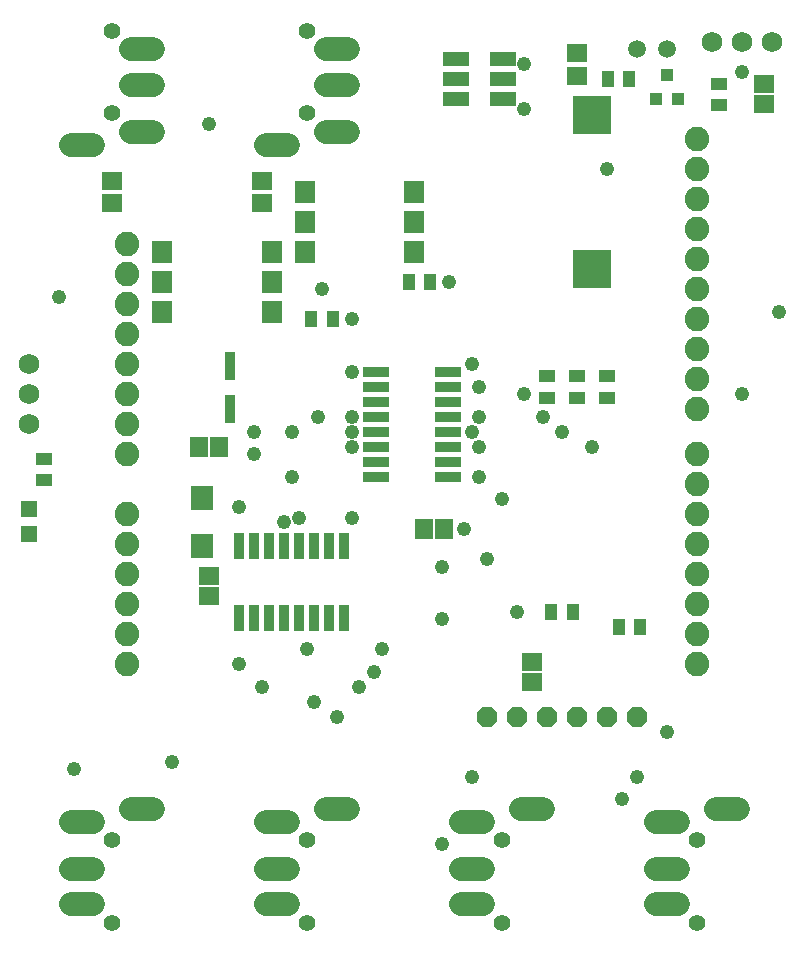
<source format=gts>
G75*
%MOIN*%
%OFA0B0*%
%FSLAX25Y25*%
%IPPOS*%
%LPD*%
%AMOC8*
5,1,8,0,0,1.08239X$1,22.5*
%
%ADD10R,0.05918X0.06706*%
%ADD11R,0.03359X0.09461*%
%ADD12R,0.06706X0.05918*%
%ADD13R,0.07493X0.07887*%
%ADD14C,0.05950*%
%ADD15R,0.08800X0.03400*%
%ADD16R,0.03400X0.08800*%
%ADD17C,0.08200*%
%ADD18C,0.06800*%
%ADD19OC8,0.06800*%
%ADD20R,0.08674X0.05131*%
%ADD21R,0.06784X0.07808*%
%ADD22R,0.03950X0.05524*%
%ADD23R,0.05524X0.03950*%
%ADD24R,0.12611X0.12611*%
%ADD25R,0.03950X0.04343*%
%ADD26C,0.05524*%
%ADD27C,0.07887*%
%ADD28R,0.05524X0.05524*%
%ADD29C,0.04762*%
D10*
X0068454Y0174374D03*
X0075146Y0174374D03*
X0143454Y0146874D03*
X0150146Y0146874D03*
D11*
X0078513Y0186894D03*
X0078513Y0201461D03*
D12*
X0089300Y0255634D03*
X0089300Y0263114D03*
X0039300Y0263114D03*
X0039300Y0255634D03*
X0071800Y0131470D03*
X0071800Y0124778D03*
X0179300Y0102720D03*
X0179300Y0096028D03*
X0256800Y0288528D03*
X0256800Y0295220D03*
X0194300Y0298134D03*
X0194300Y0305614D03*
D13*
X0069300Y0157445D03*
X0069300Y0141303D03*
D14*
X0214300Y0306874D03*
X0224300Y0306874D03*
D15*
X0151400Y0199374D03*
X0151400Y0194374D03*
X0151400Y0189374D03*
X0151400Y0184374D03*
X0151400Y0179374D03*
X0151400Y0174374D03*
X0151400Y0169374D03*
X0151400Y0164374D03*
X0127200Y0164374D03*
X0127200Y0169374D03*
X0127200Y0174374D03*
X0127200Y0179374D03*
X0127200Y0184374D03*
X0127200Y0189374D03*
X0127200Y0194374D03*
X0127200Y0199374D03*
D16*
X0116800Y0141474D03*
X0111800Y0141474D03*
X0106800Y0141474D03*
X0101800Y0141474D03*
X0096800Y0141474D03*
X0091800Y0141474D03*
X0086800Y0141474D03*
X0081800Y0141474D03*
X0081800Y0117274D03*
X0086800Y0117274D03*
X0091800Y0117274D03*
X0096800Y0117274D03*
X0101800Y0117274D03*
X0106800Y0117274D03*
X0111800Y0117274D03*
X0116800Y0117274D03*
D17*
X0044300Y0121874D03*
X0044300Y0131874D03*
X0044300Y0141874D03*
X0044300Y0151874D03*
X0044300Y0171874D03*
X0044300Y0181874D03*
X0044300Y0191874D03*
X0044300Y0201874D03*
X0044300Y0211874D03*
X0044300Y0221874D03*
X0044300Y0231874D03*
X0044300Y0241874D03*
X0044300Y0111874D03*
X0044300Y0101874D03*
X0234300Y0101874D03*
X0234300Y0111874D03*
X0234300Y0121874D03*
X0234300Y0131874D03*
X0234300Y0141874D03*
X0234300Y0151874D03*
X0234300Y0161874D03*
X0234300Y0171874D03*
X0234300Y0186874D03*
X0234300Y0196874D03*
X0234300Y0206874D03*
X0234300Y0216874D03*
X0234300Y0226874D03*
X0234300Y0236874D03*
X0234300Y0246874D03*
X0234300Y0256874D03*
X0234300Y0266874D03*
X0234300Y0276874D03*
D18*
X0239300Y0309374D03*
X0249300Y0309374D03*
X0259300Y0309374D03*
X0011800Y0201874D03*
X0011800Y0191874D03*
X0011800Y0181874D03*
D19*
X0164300Y0084374D03*
X0174300Y0084374D03*
X0184300Y0084374D03*
X0194300Y0084374D03*
X0204300Y0084374D03*
X0214300Y0084374D03*
D20*
X0169674Y0290181D03*
X0169674Y0296874D03*
X0169674Y0303567D03*
X0153926Y0303567D03*
X0153926Y0296874D03*
X0153926Y0290181D03*
D21*
X0140087Y0259374D03*
X0140087Y0249374D03*
X0140087Y0239374D03*
X0103513Y0239374D03*
X0103513Y0249374D03*
X0103513Y0259374D03*
X0092587Y0239374D03*
X0092587Y0229374D03*
X0092587Y0219374D03*
X0056013Y0219374D03*
X0056013Y0229374D03*
X0056013Y0239374D03*
D22*
X0105757Y0216874D03*
X0112843Y0216874D03*
X0138257Y0229374D03*
X0145343Y0229374D03*
X0204507Y0296874D03*
X0211593Y0296874D03*
X0192843Y0119374D03*
X0185757Y0119374D03*
X0208257Y0114374D03*
X0215343Y0114374D03*
D23*
X0204300Y0190831D03*
X0204300Y0197917D03*
X0194300Y0197917D03*
X0194300Y0190831D03*
X0184300Y0190831D03*
X0184300Y0197917D03*
X0241800Y0288331D03*
X0241800Y0295417D03*
X0016800Y0170417D03*
X0016800Y0163331D03*
D24*
X0199300Y0233783D03*
X0199300Y0284965D03*
D25*
X0220560Y0290437D03*
X0224300Y0298311D03*
X0228040Y0290437D03*
D26*
X0104300Y0285516D03*
X0104300Y0313075D03*
X0039300Y0313075D03*
X0039300Y0285516D03*
X0039300Y0043232D03*
X0039300Y0015673D03*
X0104300Y0015673D03*
X0104300Y0043232D03*
X0169300Y0043232D03*
X0169300Y0015673D03*
X0234300Y0015673D03*
X0234300Y0043232D03*
D27*
X0032843Y0021874D02*
X0025757Y0021874D01*
X0025757Y0033749D02*
X0032843Y0033749D01*
X0032843Y0049374D02*
X0025757Y0049374D01*
X0045757Y0053749D02*
X0052843Y0053749D01*
X0090757Y0049374D02*
X0097843Y0049374D01*
X0110757Y0053749D02*
X0117843Y0053749D01*
X0097843Y0033749D02*
X0090757Y0033749D01*
X0090757Y0021874D02*
X0097843Y0021874D01*
X0155757Y0021874D02*
X0162843Y0021874D01*
X0162843Y0033749D02*
X0155757Y0033749D01*
X0155757Y0049374D02*
X0162843Y0049374D01*
X0175757Y0053749D02*
X0182843Y0053749D01*
X0220757Y0049374D02*
X0227843Y0049374D01*
X0240757Y0053749D02*
X0247843Y0053749D01*
X0227843Y0033749D02*
X0220757Y0033749D01*
X0220757Y0021874D02*
X0227843Y0021874D01*
X0097843Y0274999D02*
X0090757Y0274999D01*
X0110757Y0279374D02*
X0117843Y0279374D01*
X0117843Y0294999D02*
X0110757Y0294999D01*
X0110757Y0306874D02*
X0117843Y0306874D01*
X0052843Y0306874D02*
X0045757Y0306874D01*
X0045757Y0294999D02*
X0052843Y0294999D01*
X0052843Y0279374D02*
X0045757Y0279374D01*
X0032843Y0274999D02*
X0025757Y0274999D01*
D28*
X0011800Y0153508D03*
X0011800Y0145240D03*
D29*
X0059300Y0069374D03*
X0081800Y0101874D03*
X0089300Y0094374D03*
X0104300Y0106874D03*
X0106800Y0089374D03*
X0114300Y0084374D03*
X0121800Y0094374D03*
X0126800Y0099374D03*
X0129300Y0106874D03*
X0149300Y0116874D03*
X0149300Y0134374D03*
X0156800Y0146874D03*
X0164300Y0136874D03*
X0174300Y0119374D03*
X0169300Y0156874D03*
X0161800Y0164374D03*
X0161800Y0174374D03*
X0159300Y0179374D03*
X0161800Y0184374D03*
X0161800Y0194374D03*
X0159300Y0201874D03*
X0176800Y0191874D03*
X0182843Y0184374D03*
X0189300Y0179374D03*
X0199300Y0174374D03*
X0151800Y0229374D03*
X0119300Y0216874D03*
X0109300Y0226874D03*
X0119300Y0199374D03*
X0119300Y0184374D03*
X0119300Y0179374D03*
X0119300Y0174374D03*
X0108050Y0184374D03*
X0099300Y0179374D03*
X0099300Y0164374D03*
X0101800Y0150624D03*
X0096800Y0149374D03*
X0081800Y0154374D03*
X0086800Y0171874D03*
X0086800Y0179374D03*
X0119300Y0150624D03*
X0159300Y0064374D03*
X0149300Y0041874D03*
X0209300Y0056874D03*
X0214300Y0064374D03*
X0224300Y0079374D03*
X0249300Y0191874D03*
X0261800Y0219374D03*
X0204300Y0266874D03*
X0176800Y0286874D03*
X0176800Y0301874D03*
X0249300Y0299374D03*
X0071800Y0281874D03*
X0021800Y0224374D03*
X0026800Y0066874D03*
M02*

</source>
